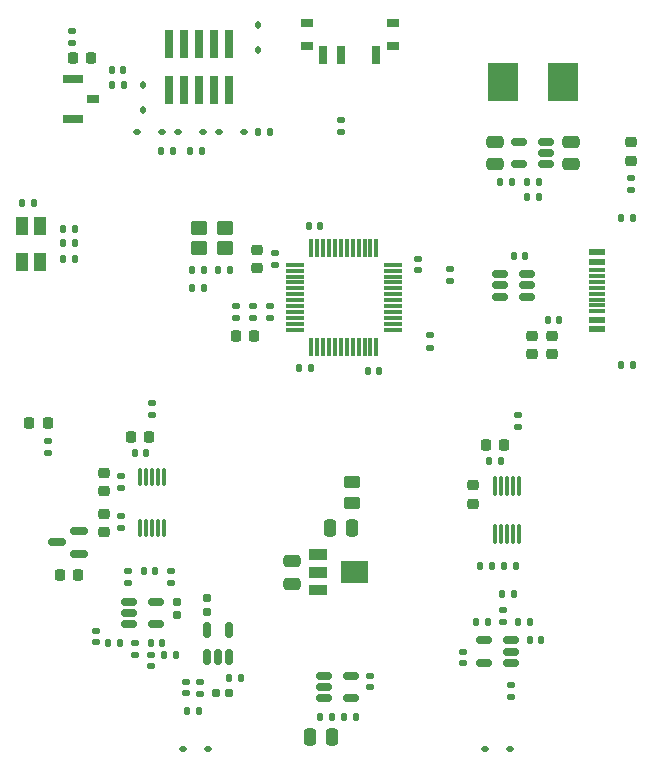
<source format=gbr>
%TF.GenerationSoftware,KiCad,Pcbnew,9.0.6*%
%TF.CreationDate,2025-12-09T00:58:21-06:00*%
%TF.ProjectId,Mixed_Signal_generator_analyzer,4d697865-645f-4536-9967-6e616c5f6765,rev?*%
%TF.SameCoordinates,Original*%
%TF.FileFunction,Paste,Top*%
%TF.FilePolarity,Positive*%
%FSLAX46Y46*%
G04 Gerber Fmt 4.6, Leading zero omitted, Abs format (unit mm)*
G04 Created by KiCad (PCBNEW 9.0.6) date 2025-12-09 00:58:21*
%MOMM*%
%LPD*%
G01*
G04 APERTURE LIST*
G04 Aperture macros list*
%AMRoundRect*
0 Rectangle with rounded corners*
0 $1 Rounding radius*
0 $2 $3 $4 $5 $6 $7 $8 $9 X,Y pos of 4 corners*
0 Add a 4 corners polygon primitive as box body*
4,1,4,$2,$3,$4,$5,$6,$7,$8,$9,$2,$3,0*
0 Add four circle primitives for the rounded corners*
1,1,$1+$1,$2,$3*
1,1,$1+$1,$4,$5*
1,1,$1+$1,$6,$7*
1,1,$1+$1,$8,$9*
0 Add four rect primitives between the rounded corners*
20,1,$1+$1,$2,$3,$4,$5,0*
20,1,$1+$1,$4,$5,$6,$7,0*
20,1,$1+$1,$6,$7,$8,$9,0*
20,1,$1+$1,$8,$9,$2,$3,0*%
G04 Aperture macros list end*
%ADD10C,0.010000*%
%ADD11RoundRect,0.035000X0.105000X-0.700000X0.105000X0.700000X-0.105000X0.700000X-0.105000X-0.700000X0*%
%ADD12O,0.299999X1.699999*%
%ADD13RoundRect,0.250000X-0.475000X0.250000X-0.475000X-0.250000X0.475000X-0.250000X0.475000X0.250000X0*%
%ADD14RoundRect,0.140000X-0.170000X0.140000X-0.170000X-0.140000X0.170000X-0.140000X0.170000X0.140000X0*%
%ADD15RoundRect,0.225000X0.225000X0.250000X-0.225000X0.250000X-0.225000X-0.250000X0.225000X-0.250000X0*%
%ADD16RoundRect,0.147500X0.147500X0.172500X-0.147500X0.172500X-0.147500X-0.172500X0.147500X-0.172500X0*%
%ADD17RoundRect,0.140000X-0.140000X-0.170000X0.140000X-0.170000X0.140000X0.170000X-0.140000X0.170000X0*%
%ADD18RoundRect,0.135000X0.135000X0.185000X-0.135000X0.185000X-0.135000X-0.185000X0.135000X-0.185000X0*%
%ADD19RoundRect,0.112500X-0.187500X-0.112500X0.187500X-0.112500X0.187500X0.112500X-0.187500X0.112500X0*%
%ADD20RoundRect,0.140000X0.170000X-0.140000X0.170000X0.140000X-0.170000X0.140000X-0.170000X-0.140000X0*%
%ADD21RoundRect,0.140000X0.140000X0.170000X-0.140000X0.170000X-0.140000X-0.170000X0.140000X-0.170000X0*%
%ADD22RoundRect,0.135000X-0.185000X0.135000X-0.185000X-0.135000X0.185000X-0.135000X0.185000X0.135000X0*%
%ADD23RoundRect,0.225000X-0.250000X0.225000X-0.250000X-0.225000X0.250000X-0.225000X0.250000X0.225000X0*%
%ADD24RoundRect,0.150000X0.150000X-0.512500X0.150000X0.512500X-0.150000X0.512500X-0.150000X-0.512500X0*%
%ADD25RoundRect,0.250000X0.250000X0.475000X-0.250000X0.475000X-0.250000X-0.475000X0.250000X-0.475000X0*%
%ADD26RoundRect,0.135000X-0.135000X-0.185000X0.135000X-0.185000X0.135000X0.185000X-0.135000X0.185000X0*%
%ADD27R,0.740000X2.400000*%
%ADD28R,1.450000X0.600000*%
%ADD29R,1.450000X0.300000*%
%ADD30RoundRect,0.135000X0.185000X-0.135000X0.185000X0.135000X-0.185000X0.135000X-0.185000X-0.135000X0*%
%ADD31R,2.565400X3.302000*%
%ADD32RoundRect,0.155000X0.155000X-0.212500X0.155000X0.212500X-0.155000X0.212500X-0.155000X-0.212500X0*%
%ADD33RoundRect,0.112500X-0.112500X0.187500X-0.112500X-0.187500X0.112500X-0.187500X0.112500X0.187500X0*%
%ADD34R,1.100000X1.500000*%
%ADD35RoundRect,0.225000X-0.225000X-0.250000X0.225000X-0.250000X0.225000X0.250000X-0.225000X0.250000X0*%
%ADD36RoundRect,0.250000X0.475000X-0.250000X0.475000X0.250000X-0.475000X0.250000X-0.475000X-0.250000X0*%
%ADD37RoundRect,0.250000X-0.450000X0.262500X-0.450000X-0.262500X0.450000X-0.262500X0.450000X0.262500X0*%
%ADD38RoundRect,0.150000X0.587500X0.150000X-0.587500X0.150000X-0.587500X-0.150000X0.587500X-0.150000X0*%
%ADD39RoundRect,0.070000X-0.710000X-0.070000X0.710000X-0.070000X0.710000X0.070000X-0.710000X0.070000X0*%
%ADD40RoundRect,0.070000X-0.070000X-0.710000X0.070000X-0.710000X0.070000X0.710000X-0.070000X0.710000X0*%
%ADD41RoundRect,0.112500X0.112500X-0.187500X0.112500X0.187500X-0.112500X0.187500X-0.112500X-0.187500X0*%
%ADD42RoundRect,0.150000X-0.512500X-0.150000X0.512500X-0.150000X0.512500X0.150000X-0.512500X0.150000X0*%
%ADD43RoundRect,0.155000X-0.155000X0.212500X-0.155000X-0.212500X0.155000X-0.212500X0.155000X0.212500X0*%
%ADD44RoundRect,0.150000X0.512500X0.150000X-0.512500X0.150000X-0.512500X-0.150000X0.512500X-0.150000X0*%
%ADD45RoundRect,0.225000X0.250000X-0.225000X0.250000X0.225000X-0.250000X0.225000X-0.250000X-0.225000X0*%
%ADD46R,1.700000X0.800000*%
%ADD47R,1.100000X0.800000*%
%ADD48RoundRect,0.218750X0.256250X-0.218750X0.256250X0.218750X-0.256250X0.218750X-0.256250X-0.218750X0*%
%ADD49RoundRect,0.218750X0.218750X0.256250X-0.218750X0.256250X-0.218750X-0.256250X0.218750X-0.256250X0*%
%ADD50RoundRect,0.155000X-0.212500X-0.155000X0.212500X-0.155000X0.212500X0.155000X-0.212500X0.155000X0*%
%ADD51RoundRect,0.250000X0.450000X0.350000X-0.450000X0.350000X-0.450000X-0.350000X0.450000X-0.350000X0*%
%ADD52R,0.700000X1.500000*%
%ADD53R,1.000000X0.800000*%
G04 APERTURE END LIST*
D10*
%TO.C,U1*%
X114220000Y-97150000D02*
X112816260Y-97150000D01*
X112816260Y-96347350D01*
X114220000Y-96347350D01*
X114220000Y-97150000D01*
G36*
X114220000Y-97150000D02*
G01*
X112816260Y-97150000D01*
X112816260Y-96347350D01*
X114220000Y-96347350D01*
X114220000Y-97150000D01*
G37*
X114220000Y-98650000D02*
X112817260Y-98650000D01*
X112817260Y-97849591D01*
X114220000Y-97849591D01*
X114220000Y-98650000D01*
G36*
X114220000Y-98650000D02*
G01*
X112817260Y-98650000D01*
X112817260Y-97849591D01*
X114220000Y-97849591D01*
X114220000Y-98650000D01*
G37*
X114220000Y-100150000D02*
X112818270Y-100150000D01*
X112818270Y-99350710D01*
X114220000Y-99350710D01*
X114220000Y-100150000D01*
G36*
X114220000Y-100150000D02*
G01*
X112818270Y-100150000D01*
X112818270Y-99350710D01*
X114220000Y-99350710D01*
X114220000Y-100150000D01*
G37*
X117700000Y-99150000D02*
X115500000Y-99150000D01*
X115500000Y-97349217D01*
X117700000Y-97349217D01*
X117700000Y-99150000D01*
G36*
X117700000Y-99150000D02*
G01*
X115500000Y-99150000D01*
X115500000Y-97349217D01*
X117700000Y-97349217D01*
X117700000Y-99150000D01*
G37*
%TD*%
D11*
%TO.C,U9*%
X98480000Y-94559999D03*
X98980000Y-94559999D03*
X99480000Y-94559999D03*
X99980000Y-94559999D03*
X100480000Y-94559999D03*
X100480000Y-90259999D03*
X99980000Y-90259999D03*
X99480000Y-90259999D03*
X98980000Y-90259999D03*
X98480000Y-90259999D03*
%TD*%
D12*
%TO.C,U11*%
X128549999Y-95049998D03*
X129049998Y-95049998D03*
X129550000Y-95049998D03*
X130049999Y-95049998D03*
X130550001Y-95049998D03*
X130550001Y-90949999D03*
X130049999Y-90949999D03*
X129550000Y-90949999D03*
X129049998Y-90949999D03*
X128549999Y-90949999D03*
%TD*%
D13*
%TO.C,C8*%
X134950000Y-61850000D03*
X134950000Y-63750000D03*
%TD*%
D14*
%TO.C,C15*%
X122000000Y-71770000D03*
X122000000Y-72730000D03*
%TD*%
D15*
%TO.C,C38*%
X99280000Y-86797794D03*
X97730000Y-86797794D03*
%TD*%
D16*
%TO.C,L1*%
X133997500Y-76910000D03*
X133027500Y-76910000D03*
%TD*%
D17*
%TO.C,C31*%
X98800000Y-98150000D03*
X99760000Y-98150000D03*
%TD*%
D18*
%TO.C,R26*%
X96790000Y-104250000D03*
X95770000Y-104250000D03*
%TD*%
D19*
%TO.C,D4*%
X105200000Y-61000000D03*
X107300000Y-61000000D03*
%TD*%
D20*
%TO.C,C17*%
X109958800Y-72254200D03*
X109958800Y-71294200D03*
%TD*%
D18*
%TO.C,R19*%
X103760000Y-62600000D03*
X102740000Y-62600000D03*
%TD*%
D19*
%TO.C,D9*%
X127700000Y-113250000D03*
X129800000Y-113250000D03*
%TD*%
D21*
%TO.C,C18*%
X106078800Y-72690400D03*
X105118800Y-72690400D03*
%TD*%
D22*
%TO.C,R36*%
X130500000Y-84990000D03*
X130500000Y-86010000D03*
%TD*%
D20*
%TO.C,C43*%
X125850000Y-105955000D03*
X125850000Y-104995000D03*
%TD*%
D15*
%TO.C,C41*%
X129325000Y-87500000D03*
X127775000Y-87500000D03*
%TD*%
D23*
%TO.C,C2*%
X133412500Y-78275000D03*
X133412500Y-79825000D03*
%TD*%
D24*
%TO.C,U6*%
X104130000Y-105487500D03*
X105080000Y-105487500D03*
X106030000Y-105487500D03*
X106030000Y-103212500D03*
X104130000Y-103212500D03*
%TD*%
D25*
%TO.C,C4*%
X116440000Y-94500000D03*
X114540000Y-94500000D03*
%TD*%
D26*
%TO.C,R4*%
X131240000Y-65250000D03*
X132260000Y-65250000D03*
%TD*%
D27*
%TO.C,J3*%
X106040000Y-53550000D03*
X106040000Y-57450000D03*
X104770000Y-53550000D03*
X104770000Y-57450000D03*
X103500000Y-53550000D03*
X103500000Y-57450000D03*
X102230000Y-53550000D03*
X102230000Y-57450000D03*
X100960000Y-53550000D03*
X100960000Y-57450000D03*
%TD*%
D18*
%TO.C,R10*%
X93010000Y-69200000D03*
X91990000Y-69200000D03*
%TD*%
D21*
%TO.C,C42*%
X129030000Y-88900000D03*
X128070000Y-88900000D03*
%TD*%
D18*
%TO.C,R24*%
X101510000Y-105250000D03*
X100490000Y-105250000D03*
%TD*%
D28*
%TO.C,J2*%
X137165000Y-77700000D03*
X137165000Y-76900000D03*
D29*
X137165000Y-75700000D03*
X137165000Y-74700000D03*
X137165000Y-74200000D03*
X137165000Y-73200000D03*
D28*
X137165000Y-72000000D03*
X137165000Y-71200000D03*
X137165000Y-71200000D03*
X137165000Y-72000000D03*
D29*
X137165000Y-72700000D03*
X137165000Y-73700000D03*
X137165000Y-75200000D03*
X137165000Y-76200000D03*
D28*
X137165000Y-76900000D03*
X137165000Y-77700000D03*
%TD*%
D21*
%TO.C,C16*%
X118730000Y-81250000D03*
X117770000Y-81250000D03*
%TD*%
D20*
%TO.C,C30*%
X94750000Y-104230000D03*
X94750000Y-103270000D03*
%TD*%
D18*
%TO.C,R16*%
X140260000Y-68250000D03*
X139240000Y-68250000D03*
%TD*%
D22*
%TO.C,R31*%
X99480000Y-83940000D03*
X99480000Y-84960000D03*
%TD*%
D30*
%TO.C,R27*%
X97500000Y-99160000D03*
X97500000Y-98140000D03*
%TD*%
D18*
%TO.C,R15*%
X140260000Y-80750000D03*
X139240000Y-80750000D03*
%TD*%
%TO.C,R3*%
X114750000Y-110500000D03*
X113730000Y-110500000D03*
%TD*%
%TO.C,R12*%
X93010000Y-70450000D03*
X91990000Y-70450000D03*
%TD*%
D31*
%TO.C,L2*%
X129235400Y-56750000D03*
X134264600Y-56750000D03*
%TD*%
D18*
%TO.C,R1*%
X116750000Y-110500000D03*
X115730000Y-110500000D03*
%TD*%
%TO.C,R21*%
X97110000Y-57000000D03*
X96090000Y-57000000D03*
%TD*%
D21*
%TO.C,C23*%
X97080000Y-55750000D03*
X96120000Y-55750000D03*
%TD*%
D20*
%TO.C,C28*%
X102380000Y-108530000D03*
X102380000Y-107570000D03*
%TD*%
D23*
%TO.C,C36*%
X95480000Y-89875000D03*
X95480000Y-91425000D03*
%TD*%
D21*
%TO.C,C21*%
X131080000Y-71500000D03*
X130120000Y-71500000D03*
%TD*%
D32*
%TO.C,C25*%
X104125000Y-101617500D03*
X104125000Y-100482500D03*
%TD*%
D22*
%TO.C,R35*%
X129900000Y-107790000D03*
X129900000Y-108810000D03*
%TD*%
D33*
%TO.C,D3*%
X108500000Y-51950000D03*
X108500000Y-54050000D03*
%TD*%
D15*
%TO.C,C32*%
X90675000Y-85650000D03*
X89125000Y-85650000D03*
%TD*%
D34*
%TO.C,D2*%
X90000000Y-69000000D03*
X90000000Y-72000000D03*
X88500000Y-72000000D03*
X88500000Y-69000000D03*
%TD*%
D25*
%TO.C,C6*%
X114750000Y-112250000D03*
X112850000Y-112250000D03*
%TD*%
D35*
%TO.C,C22*%
X92825000Y-54750000D03*
X94375000Y-54750000D03*
%TD*%
D18*
%TO.C,R32*%
X128260000Y-97750000D03*
X127240000Y-97750000D03*
%TD*%
D30*
%TO.C,R25*%
X98080000Y-105260000D03*
X98080000Y-104240000D03*
%TD*%
D22*
%TO.C,R28*%
X103580000Y-107540000D03*
X103580000Y-108560000D03*
%TD*%
D14*
%TO.C,C37*%
X96880000Y-90170000D03*
X96880000Y-91130000D03*
%TD*%
D26*
%TO.C,R7*%
X102908800Y-74190400D03*
X103928800Y-74190400D03*
%TD*%
D21*
%TO.C,C9*%
X132230000Y-66500000D03*
X131270000Y-66500000D03*
%TD*%
D36*
%TO.C,C5*%
X111390000Y-99250000D03*
X111390000Y-97350000D03*
%TD*%
D23*
%TO.C,C46*%
X126650000Y-90925000D03*
X126650000Y-92475000D03*
%TD*%
D30*
%TO.C,R14*%
X123000000Y-79260000D03*
X123000000Y-78240000D03*
%TD*%
D37*
%TO.C,R2*%
X116440000Y-90637500D03*
X116440000Y-92462500D03*
%TD*%
D38*
%TO.C,U8*%
X93317500Y-96700000D03*
X93317500Y-94800000D03*
X91442500Y-95750000D03*
%TD*%
D19*
%TO.C,D5*%
X101725000Y-61000000D03*
X103825000Y-61000000D03*
%TD*%
D39*
%TO.C,U4*%
X111570000Y-72250000D03*
X111570000Y-72750000D03*
X111570000Y-73250000D03*
X111570000Y-73750000D03*
X111570000Y-74250000D03*
X111570000Y-74750000D03*
X111570000Y-75250000D03*
X111570000Y-75750000D03*
X111570000Y-76250000D03*
X111570000Y-76750000D03*
X111570000Y-77250000D03*
X111570000Y-77750000D03*
D40*
X113000000Y-79180000D03*
X113500000Y-79180000D03*
X114000000Y-79180000D03*
X114500000Y-79180000D03*
X115000000Y-79180000D03*
X115500000Y-79180000D03*
X116000000Y-79180000D03*
X116500000Y-79180000D03*
X117000000Y-79180000D03*
X117500000Y-79180000D03*
X118000000Y-79180000D03*
X118500000Y-79180000D03*
D39*
X119930000Y-77750000D03*
X119930000Y-77250000D03*
X119930000Y-76750000D03*
X119930000Y-76250000D03*
X119930000Y-75750000D03*
X119930000Y-75250000D03*
X119930000Y-74750000D03*
X119930000Y-74250000D03*
X119930000Y-73750000D03*
X119930000Y-73250000D03*
X119930000Y-72750000D03*
X119930000Y-72250000D03*
D40*
X118500000Y-70820000D03*
X118000000Y-70820000D03*
X117500000Y-70820000D03*
X117000000Y-70820000D03*
X116500000Y-70820000D03*
X116000000Y-70820000D03*
X115500000Y-70820000D03*
X115000000Y-70820000D03*
X114500000Y-70820000D03*
X114000000Y-70820000D03*
X113500000Y-70820000D03*
X113000000Y-70820000D03*
%TD*%
D15*
%TO.C,C33*%
X93255000Y-98525000D03*
X91705000Y-98525000D03*
%TD*%
D18*
%TO.C,R23*%
X103510000Y-110000000D03*
X102490000Y-110000000D03*
%TD*%
D22*
%TO.C,R17*%
X92750000Y-52490000D03*
X92750000Y-53510000D03*
%TD*%
D21*
%TO.C,C40*%
X127930000Y-102500000D03*
X126970000Y-102500000D03*
%TD*%
D41*
%TO.C,D7*%
X98700000Y-59150000D03*
X98700000Y-57050000D03*
%TD*%
D21*
%TO.C,C20*%
X89480000Y-67000000D03*
X88520000Y-67000000D03*
%TD*%
D22*
%TO.C,R33*%
X129250000Y-101490000D03*
X129250000Y-102510000D03*
%TD*%
D42*
%TO.C,U2*%
X114102500Y-107050000D03*
X114102500Y-108000000D03*
X114102500Y-108950000D03*
X116377500Y-108950000D03*
X116377500Y-107050000D03*
%TD*%
D43*
%TO.C,C26*%
X101580000Y-100782500D03*
X101580000Y-101917500D03*
%TD*%
D44*
%TO.C,U5*%
X131247500Y-74940000D03*
X131247500Y-73990000D03*
X131247500Y-73040000D03*
X128972500Y-73040000D03*
X128972500Y-73990000D03*
X128972500Y-74940000D03*
%TD*%
D26*
%TO.C,R6*%
X128990000Y-65250000D03*
X130010000Y-65250000D03*
%TD*%
D22*
%TO.C,R11*%
X115500000Y-59990000D03*
X115500000Y-61010000D03*
%TD*%
D19*
%TO.C,D8*%
X102150000Y-113250000D03*
X104250000Y-113250000D03*
%TD*%
D14*
%TO.C,C29*%
X99380000Y-105270000D03*
X99380000Y-106230000D03*
%TD*%
D13*
%TO.C,C7*%
X128550000Y-61850000D03*
X128550000Y-63750000D03*
%TD*%
D17*
%TO.C,C45*%
X131520000Y-104000000D03*
X132480000Y-104000000D03*
%TD*%
D22*
%TO.C,R9*%
X124720000Y-72590000D03*
X124720000Y-73610000D03*
%TD*%
D20*
%TO.C,C11*%
X108066500Y-76724600D03*
X108066500Y-75764600D03*
%TD*%
D26*
%TO.C,R8*%
X111940000Y-80950000D03*
X112960000Y-80950000D03*
%TD*%
D44*
%TO.C,U10*%
X129887500Y-105950000D03*
X129887500Y-105000000D03*
X129887500Y-104050000D03*
X127612500Y-104050000D03*
X127612500Y-105950000D03*
%TD*%
D26*
%TO.C,R20*%
X100240000Y-62600000D03*
X101260000Y-62600000D03*
%TD*%
D42*
%TO.C,U7*%
X97542500Y-100800000D03*
X97542500Y-101750000D03*
X97542500Y-102700000D03*
X99817500Y-102700000D03*
X99817500Y-100800000D03*
%TD*%
D45*
%TO.C,C13*%
X108384000Y-72549200D03*
X108384000Y-70999200D03*
%TD*%
D18*
%TO.C,R13*%
X93010000Y-71750000D03*
X91990000Y-71750000D03*
%TD*%
D45*
%TO.C,C34*%
X95480000Y-94875000D03*
X95480000Y-93325000D03*
%TD*%
D21*
%TO.C,C39*%
X98985000Y-88227794D03*
X98025000Y-88227794D03*
%TD*%
D20*
%TO.C,C1*%
X117990000Y-108005000D03*
X117990000Y-107045000D03*
%TD*%
D46*
%TO.C,S1*%
X92850000Y-56550000D03*
X92850000Y-59950000D03*
D47*
X94500000Y-58250000D03*
%TD*%
D48*
%TO.C,D1*%
X140050000Y-63450000D03*
X140050000Y-61875000D03*
%TD*%
D20*
%TO.C,C35*%
X96880000Y-94500000D03*
X96880000Y-93540000D03*
%TD*%
D17*
%TO.C,C14*%
X112755400Y-69000000D03*
X113715400Y-69000000D03*
%TD*%
D20*
%TO.C,C10*%
X109501600Y-76724600D03*
X109501600Y-75764600D03*
%TD*%
D19*
%TO.C,D6*%
X98225000Y-61000000D03*
X100325000Y-61000000D03*
%TD*%
D30*
%TO.C,R29*%
X101100000Y-99160000D03*
X101100000Y-98140000D03*
%TD*%
D23*
%TO.C,C3*%
X131662500Y-78275000D03*
X131662500Y-79825000D03*
%TD*%
D18*
%TO.C,R37*%
X130310000Y-97750000D03*
X129290000Y-97750000D03*
%TD*%
D26*
%TO.C,R18*%
X108490000Y-61000000D03*
X109510000Y-61000000D03*
%TD*%
D44*
%TO.C,U3*%
X132887500Y-63750000D03*
X132887500Y-62800000D03*
X132887500Y-61850000D03*
X130612500Y-61850000D03*
X130612500Y-63750000D03*
%TD*%
D49*
%TO.C,FB1*%
X108155500Y-78251200D03*
X106580500Y-78251200D03*
%TD*%
D50*
%TO.C,C27*%
X104912500Y-108550000D03*
X106047500Y-108550000D03*
%TD*%
D17*
%TO.C,C19*%
X102918800Y-72690400D03*
X103878800Y-72690400D03*
%TD*%
%TO.C,C44*%
X129170000Y-100100000D03*
X130130000Y-100100000D03*
%TD*%
D26*
%TO.C,R34*%
X130490000Y-102500000D03*
X131510000Y-102500000D03*
%TD*%
D30*
%TO.C,R5*%
X140050000Y-65922500D03*
X140050000Y-64902500D03*
%TD*%
D17*
%TO.C,C24*%
X99400000Y-104250000D03*
X100360000Y-104250000D03*
%TD*%
D22*
%TO.C,R30*%
X90700000Y-87140000D03*
X90700000Y-88160000D03*
%TD*%
D20*
%TO.C,C12*%
X106631400Y-76724600D03*
X106631400Y-75764600D03*
%TD*%
D51*
%TO.C,Y1*%
X105648600Y-69171600D03*
X103448600Y-69171600D03*
X103448600Y-70871600D03*
X105648600Y-70871600D03*
%TD*%
D52*
%TO.C,SW1*%
X118500000Y-54500000D03*
X115500000Y-54500000D03*
X114000000Y-54500000D03*
D53*
X119900000Y-53715000D03*
X119900000Y-51785000D03*
X112600000Y-51785000D03*
X112600000Y-53715000D03*
%TD*%
D26*
%TO.C,R22*%
X105990000Y-107250000D03*
X107010000Y-107250000D03*
%TD*%
M02*

</source>
